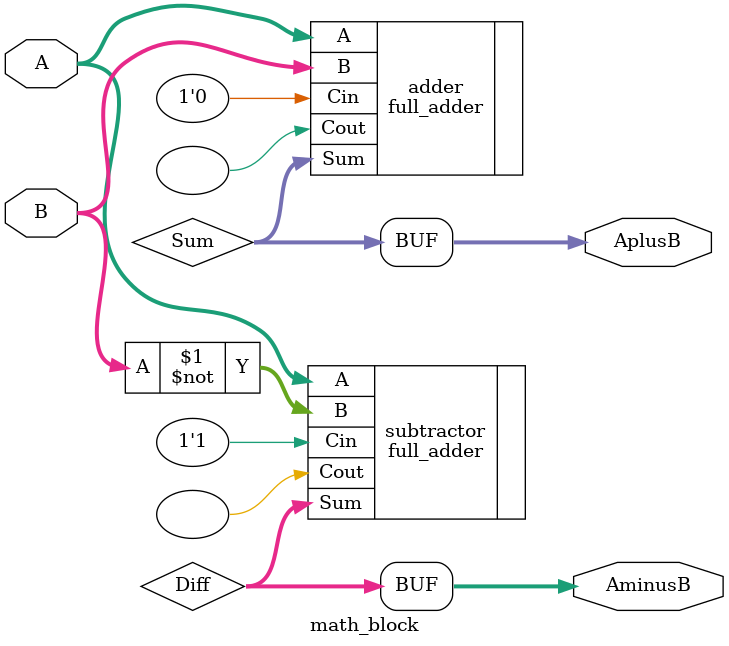
<source format=v>
module math_block(
    input [3:0] A,
    input [3:0] B,
    output [3:0] AplusB,
    output [3:0] AminusB
);

    wire [3:0] Sum;
    wire [3:0] Diff;

    // Instantiate the full adder for addition
    full_adder adder (
        .A(A),
        .B(B),
        .Cin(1'b0), // No carry in for addition
        .Sum(Sum),
        .Cout()
    );

    // Instantiate the full adder for subtraction
    full_adder subtractor (
        .A(A),
        .B(~B), // Two's complement for subtraction
        .Cin(1'b1), // Carry in for subtraction
        .Sum(Diff),
        .Cout()
    );

    assign AplusB = Sum;
    assign AminusB = Diff;





endmodule
</source>
